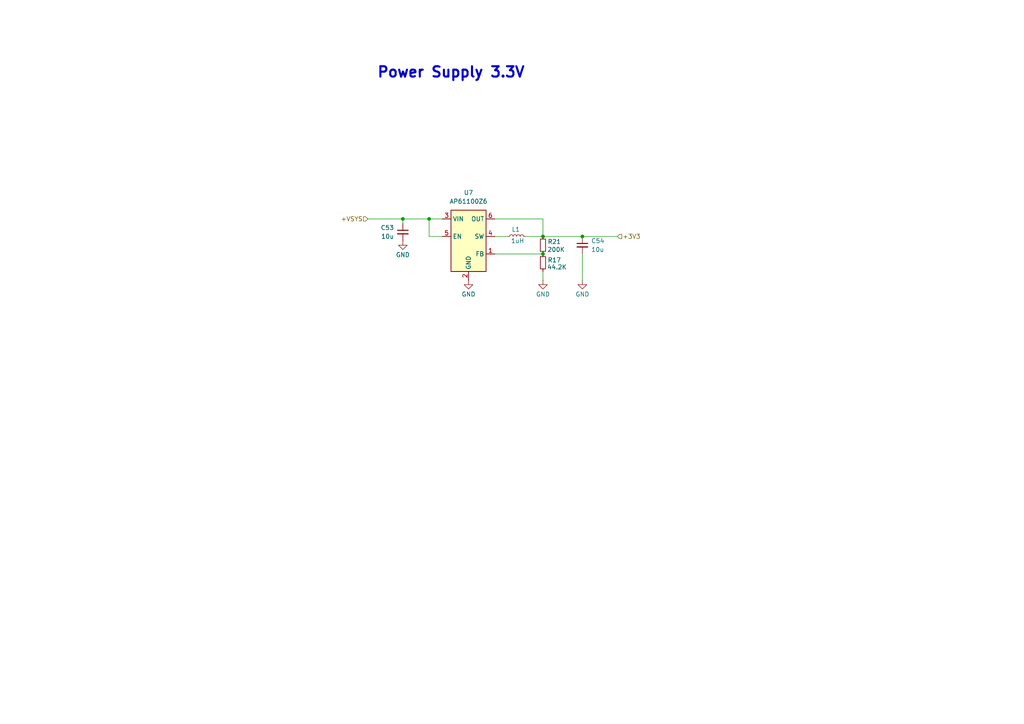
<source format=kicad_sch>
(kicad_sch (version 20250114) (generator "eeschema") (generator_version "9.0")
  (paper "A4")
  (lib_symbols
    (symbol "Device:C_Small" (pin_numbers (hide yes)) (pin_names (offset 0.254) (hide yes))
      (property "Reference" "C" (at 0.254 1.778 0))
      (property "Value" "C_Small" (at 0.254 -2.032 0))
      (symbol "C_Small_0_1"
        (polyline (pts (xy -1.524 0.508) (xy 1.524 0.508)) (stroke (width 0.3048)))
        (polyline (pts (xy -1.524 -0.508) (xy 1.524 -0.508)) (stroke (width 0.3302)))
      )
      (symbol "C_Small_1_1"
        (pin passive line (at 0 2.54 270) (length 2.032) (name "~") (number "1"))
        (pin passive line (at 0 -2.54 90) (length 2.032) (name "~") (number "2"))
      )
    )
    (symbol "Device:L_Small" (pin_numbers (hide yes)) (pin_names (offset 0.254) (hide yes))
      (property "Reference" "L" (at 0.762 1.016 0))
      (property "Value" "L_Small" (at 0.762 -1.016 0))
      (symbol "L_Small_0_1"
        (arc (start 0 2.032) (mid 0.5058 1.524) (end 0 1.016))
        (arc (start 0 1.016) (mid 0.5058 0.508) (end 0 0))
        (arc (start 0 0) (mid 0.5058 -0.508) (end 0 -1.016))
        (arc (start 0 -1.016) (mid 0.5058 -1.524) (end 0 -2.032))
      )
      (symbol "L_Small_1_1"
        (pin passive line (at 0 2.54 270) (length 0.508) (name "~") (number "1"))
        (pin passive line (at 0 -2.54 90) (length 0.508) (name "~") (number "2"))
      )
    )
    (symbol "Device:R_Small" (pin_numbers (hide yes)) (pin_names (offset 0.254) (hide yes))
      (property "Reference" "R" (at 0 0 90))
      (property "Value" "R_Small" (at 1.778 0 90))
      (symbol "R_Small_0_1"
        (rectangle (start -0.762 1.778) (end 0.762 -1.778) (stroke (width 0.2032)))
      )
      (symbol "R_Small_1_1"
        (pin passive line (at 0 2.54 270) (length 0.762) (name "~") (number "1"))
        (pin passive line (at 0 -2.54 90) (length 0.762) (name "~") (number "2"))
      )
    )
    (symbol "My Libraries:AP61100Z6"
      (property "Reference" "U" (at 2.794 12.7 0))
      (property "Value" "AP61100Z6" (at -5.08 12.954 0))
      (symbol "AP61100Z6_1_1"
        (rectangle (start -5.08 10.16) (end 5.08 -7.62) (stroke (width 0.254)) (fill (type color) (color 255 255 194 1)))
        (pin power_in line (at -7.62 7.62 0) (length 2.54) (name "VIN") (number "3"))
        (pin input line (at -7.62 2.54 0) (length 2.54) (name "EN") (number "5"))
        (pin power_in line (at 0 -10.16 90) (length 2.54) (name "GND") (number "2"))
        (pin passive line (at 7.62 7.62 180) (length 2.54) (name "OUT") (number "6"))
        (pin passive line (at 7.62 2.54 180) (length 2.54) (name "SW") (number "4"))
        (pin input line (at 7.62 -2.54 180) (length 2.54) (name "FB") (number "1"))
      )
    )
    (symbol "power:GND" (power) (pin_numbers (hide yes)) (pin_names (offset 0) (hide yes))
      (property "Value" "GND" (at 0 -3.81 0))
      (symbol "GND_0_1"
        (polyline (pts (xy 0 0) (xy 0 -1.27) (xy 1.27 -1.27) (xy 0 -2.54) (xy -1.27 -1.27) (xy 0 -1.27)))
      )
      (symbol "GND_1_1"
        (pin power_in line (at 0 0 270) (length 0) (name "~") (number "1"))
      )
    )
  )
  (text "Power Supply 3.3V" (at 109.22 22.86 0) (effects (font (size 3 3) (thickness 0.6) (bold yes)) (justify left bottom)))
  (junction (at 157.48 68.58))
  (junction (at 116.84 63.5))
  (junction (at 124.46 63.5))
  (junction (at 157.48 73.66))
  (junction (at 168.91 68.58))
  (wire (pts (xy 128.27 63.5) (xy 124.46 63.5)))
  (wire (pts (xy 124.46 68.58) (xy 124.46 63.5)))
  (wire (pts (xy 157.48 78.74) (xy 157.48 81.28)))
  (wire (pts (xy 116.84 63.5) (xy 116.84 64.77)))
  (wire (pts (xy 157.48 63.5) (xy 157.48 68.58)))
  (wire (pts (xy 143.51 73.66) (xy 157.48 73.66)))
  (wire (pts (xy 128.27 68.58) (xy 124.46 68.58)))
  (wire (pts (xy 168.91 68.58) (xy 179.07 68.58)))
  (wire (pts (xy 106.68 63.5) (xy 116.84 63.5)))
  (wire (pts (xy 124.46 63.5) (xy 116.84 63.5)))
  (wire (pts (xy 143.51 63.5) (xy 157.48 63.5)))
  (wire (pts (xy 143.51 68.58) (xy 147.32 68.58)))
  (wire (pts (xy 152.4 68.58) (xy 157.48 68.58)))
  (wire (pts (xy 168.91 81.28) (xy 168.91 73.66)))
  (wire (pts (xy 157.48 68.58) (xy 168.91 68.58)))
  (hierarchical_label "+VSYS" (shape input) (at 106.68 63.5 180))
  (hierarchical_label "+3V3" (shape input) (at 179.07 68.58 0))
  (symbol (lib_id "Device:C_Small") (at 116.84 67.31 0) (mirror y) (unit 1)
    (property "Reference" "C29" (at 114.3 66.0462 0) (effects (justify left)))
    (property "Value" "10u" (at 114.3 68.5862 0) (effects (justify left)))
    (property "Footprint" "Capacitor_SMD:C_0805_2012Metric" (effects (hide yes)))
    (property "Description" "Unpolarized capacitor, small symbol" (effects (hide yes)))
    (instances (project "BK4000TG_V3" (path "" (reference "C53") (unit 1))) (project "BK4000TG_V3" (path "" (reference "C29") (unit 1))))
  )
  (symbol (lib_id "power:GND") (at 157.48 81.28 0) (unit 1)
    (property "Reference" "#PWR050" (effects (hide yes)))
    (property "Value" "GND" (at 157.48 85.344 0))
    (property "Description" "Power symbol creates a global label with name \"GND\" , ground" (effects (hide yes)))
    (instances (project "BK4000TG_V3" (path "" (reference "#PWR054") (unit 1))) (project "BK4000TG_V3" (path "" (reference "#PWR050") (unit 1))))
  )
  (symbol (lib_id "My Libraries:AP61100Z6") (at 135.89 71.12 0) (unit 1)
    (property "Reference" "U7" (at 135.89 55.88 0))
    (property "Value" "AP61100Z6" (at 135.89 58.42 0))
    (property "Footprint" "Package_TO_SOT_SMD:SOT-563" (effects (hide yes)))
    (property "Datasheet" "https://www.diodes.com/assets/Datasheets/AP61100-AP61102.pdf" (effects (hide yes)))
    (property "Description" "AP61100Z6 2.3V TO 5.5V INPUT, 1A LOW IQ SYNCHRONOUS BUCK CONVERTER" (effects (hide yes)))
  )
  (symbol (lib_id "Device:R_Small") (at 157.48 76.2 0) (mirror x) (unit 1)
    (property "Reference" "R10" (at 160.782 75.438 0))
    (property "Value" "44.2K" (at 161.544 77.47 0))
    (property "Footprint" "Resistor_SMD:R_0402_1005Metric" (effects (hide yes)))
    (property "Description" "Resistor, small symbol" (effects (hide yes)))
    (instances (project "BK4000TG_V3" (path "" (reference "R17") (unit 1))) (project "BK4000TG_V3" (path "" (reference "R10") (unit 1))))
  )
  (symbol (lib_id "Device:C_Small") (at 168.91 71.12 0) (unit 1)
    (property "Reference" "C30" (at 171.45 69.8562 0) (effects (justify left)))
    (property "Value" "10u" (at 171.45 72.3962 0) (effects (justify left)))
    (property "Footprint" "Capacitor_SMD:C_0805_2012Metric" (effects (hide yes)))
    (property "Description" "Unpolarized capacitor, small symbol" (effects (hide yes)))
    (instances (project "BK4000TG_V3" (path "" (reference "C54") (unit 1))) (project "BK4000TG_V3" (path "" (reference "C30") (unit 1))))
  )
  (symbol (lib_id "Device:L_Small") (at 149.86 68.58 90) (unit 1)
    (property "Reference" "L3" (at 149.606 66.548 90))
    (property "Value" "1uH" (at 150.114 69.85 90))
    (property "Footprint" "My Footprints:L_0806_2016Metric_TAIYO_YUDEN_SMD" (effects (hide yes)))
    (property "Description" "Inductor, small symbol" (effects (hide yes)))
    (property "PartNo" "MAKK2016T1R0M" (effects (hide yes)))
    (instances (project "" (path "" (reference "L1") (unit 1))) (project "" (path "" (reference "L3") (unit 1))))
  )
  (symbol (lib_id "power:GND") (at 135.89 81.28 0) (unit 1)
    (property "Reference" "#PWR049" (effects (hide yes)))
    (property "Value" "GND" (at 135.89 85.344 0))
    (property "Description" "Power symbol creates a global label with name \"GND\" , ground" (effects (hide yes)))
    (instances (project "" (path "" (reference "#PWR051") (unit 1))) (project "" (path "" (reference "#PWR049") (unit 1))))
  )
  (symbol (lib_id "Device:R_Small") (at 157.48 71.12 0) (mirror x) (unit 1)
    (property "Reference" "R9" (at 160.782 70.104 0))
    (property "Value" "200K" (at 161.29 72.39 0))
    (property "Footprint" "Resistor_SMD:R_0402_1005Metric" (effects (hide yes)))
    (property "Description" "Resistor, small symbol" (effects (hide yes)))
    (instances (project "BK4000TG_V3" (path "" (reference "R21") (unit 1))) (project "BK4000TG_V3" (path "" (reference "R9") (unit 1))))
  )
  (symbol (lib_id "power:GND") (at 168.91 81.28 0) (unit 1)
    (property "Reference" "#PWR051" (effects (hide yes)))
    (property "Value" "GND" (at 168.91 85.344 0))
    (property "Description" "Power symbol creates a global label with name \"GND\" , ground" (effects (hide yes)))
    (instances (project "BK4000TG_V3" (path "" (reference "#PWR055") (unit 1))) (project "BK4000TG_V3" (path "" (reference "#PWR051") (unit 1))))
  )
  (symbol (lib_id "power:GND") (at 116.84 69.85 0) (unit 1)
    (property "Reference" "#PWR048" (effects (hide yes)))
    (property "Value" "GND" (at 116.84 73.914 0))
    (property "Description" "Power symbol creates a global label with name \"GND\" , ground" (effects (hide yes)))
    (instances (project "BK4000TG_V3" (path "" (reference "#PWR067") (unit 1))) (project "BK4000TG_V3" (path "" (reference "#PWR048") (unit 1))))
  )
)
</source>
